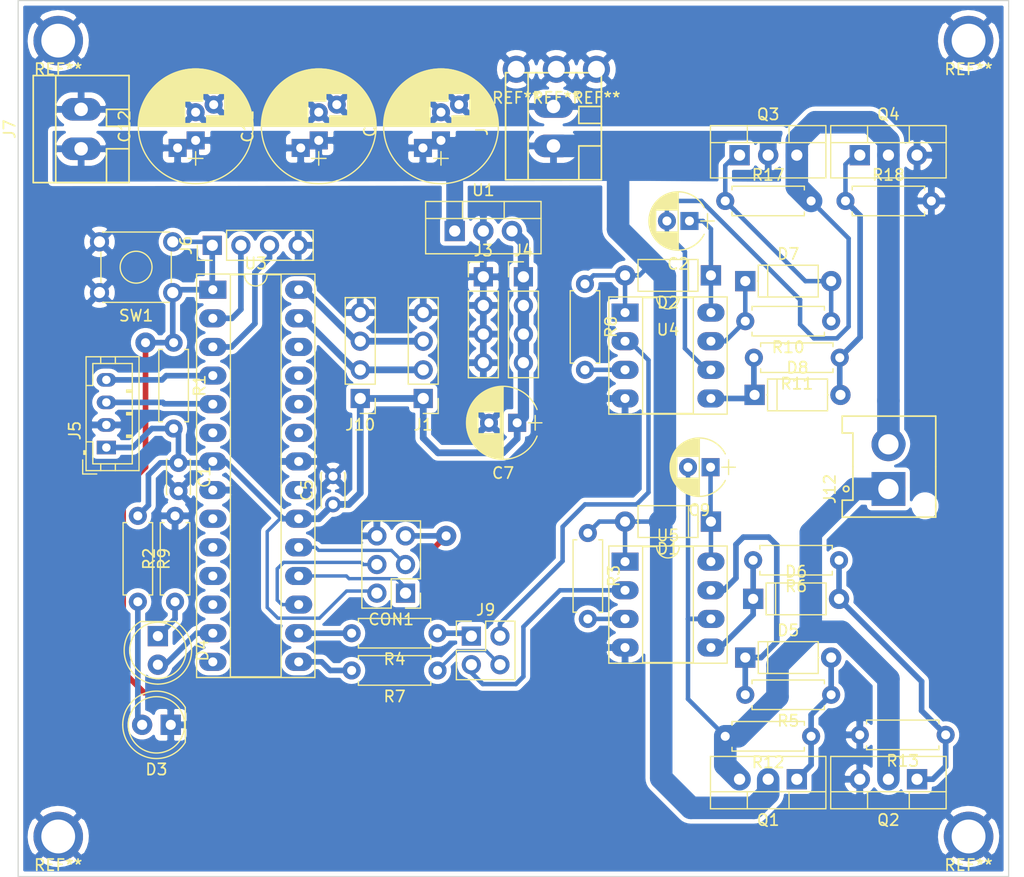
<source format=kicad_pcb>
(kicad_pcb (version 4) (host pcbnew 4.0.7)
  (title_block (title "Closed loop Motor driver") (date 2017-12-19) (rev 2) (company "Malhar Deshmukh") (comment 1 https://github.com/DeshmukhMalhar/Motor-Driver))
  (layers (0 F.Cu signal) (31 B.Cu signal) (34 B.Paste user) (35 F.Paste user) (36 B.SilkS user) (37 F.SilkS user) (38 B.Mask user) (39 F.Mask user) (44 Edge.Cuts user))
  (net 0 "")
  (net 1 +5V)
  (net 2 GND)
  (net 3 VCC)
  (net 4 "Net-(C9-Pad1)")
  (net 5 "Net-(C9-Pad2)")
  (net 6 /RST)
  (net 7 "Net-(D4-Pad1)")
  (net 8 "Net-(D4-Pad2)")
  (net 9 "Net-(J5-Pad3)")
  (net 10 "Net-(R3-Pad2)")
  (net 11 "Net-(R8-Pad2)")
  (net 12 "Net-(J6-Pad2)")
  (net 13 "Net-(J6-Pad3)")
  (net 14 "Net-(C2-Pad1)")
  (net 15 "Net-(C2-Pad2)")
  (net 16 "Net-(D5-Pad1)")
  (net 17 "Net-(D5-Pad2)")
  (net 18 "Net-(D6-Pad1)")
  (net 19 "Net-(D6-Pad2)")
  (net 20 "Net-(D7-Pad1)")
  (net 21 "Net-(D7-Pad2)")
  (net 22 "Net-(D8-Pad1)")
  (net 23 "Net-(D8-Pad2)")
  (net 24 "Net-(J9-Pad2)")
  (net 25 "Net-(J9-Pad3)")
  (net 26 "Net-(J5-Pad4)")
  (net 27 "Net-(J9-Pad1)")
  (net 28 "Net-(J9-Pad4)")
  (net 29 /MISO)
  (net 30 /SCK)
  (net 31 /MOSI)
  (net 32 /SDA)
  (net 33 /SCL)
  (net 34 "Net-(R4-Pad2)")
  (net 35 "Net-(R7-Pad2)")
  (net 36 "Net-(D3-Pad2)")
  (module MOUNT_HOLE (layer F.Cu) (at 61.468 21.844)
    (fp_text reference REF** (at 0 2.54) (layer F.SilkS))
    (fp_text value MOUNT_HOLE)
    (pad 1 thru_hole circle (at 0 0) (size 2.4 2.4) (drill 1.5) (layers *.Cu *.Mask) (net 2 GND))
  )
  (module MOUNT_HOLE (layer F.Cu) (at 65.024 21.844)
    (fp_text reference REF** (at 0 2.54) (layer F.SilkS))
    (fp_text value MOUNT_HOLE)
    (pad 1 thru_hole circle (at 0 0) (size 2.4 2.4) (drill 1.5) (layers *.Cu *.Mask) (net 2 GND))
  )
  (module MOUNT_HOLE (layer F.Cu) (at 68.58 21.844)
    (fp_text reference REF** (at 0 2.54) (layer F.SilkS))
    (fp_text value MOUNT_HOLE)
    (pad 1 thru_hole circle (at 0 0) (size 2.4 2.4) (drill 1.5) (layers *.Cu *.Mask) (net 2 GND))
  )
  (module MOUNT_HOLE (layer F.Cu) (at 20.828 89.916)
    (fp_text reference REF** (at 0 2.54) (layer F.SilkS))
    (fp_text value MOUNT_HOLE)
    (pad 1 thru_hole circle (at 0 0) (size 4.4 4.4) (drill 3) (layers *.Cu *.Mask) (net 2 GND))
  )
  (module MOUNT_HOLE (layer F.Cu) (at 101.6 89.916)
    (fp_text reference REF** (at 0 2.54) (layer F.SilkS))
    (fp_text value MOUNT_HOLE)
    (pad 1 thru_hole circle (at 0 0) (size 4.4 4.4) (drill 3) (layers *.Cu *.Mask) (net 2 GND))
  )
  (module MOUNT_HOLE (layer F.Cu) (at 101.6 19.304)
    (fp_text reference REF** (at 0 2.54) (layer F.SilkS))
    (fp_text value MOUNT_HOLE)
    (pad 1 thru_hole circle (at 0 0) (size 4.4 4.4) (drill 3) (layers *.Cu *.Mask) (net 2 GND))
  )
  (module MOUNT_HOLE (layer F.Cu) (at 20.828 19.304)
    (fp_text reference REF** (at 0 2.54) (layer F.SilkS))
    (fp_text value MOUNT_HOLE)
    (pad 1 thru_hole circle (at 0 0) (size 4.4 4.4) (drill 3) (layers *.Cu *.Mask) (net 2 GND))
  )
  (module Pin_Headers:Pin_Header_Straight_2x03_Pitch2.54mm (layer F.Cu) (at 51.641 68.326 180)
    (fp_text reference CON1 (at 1.27 -2.33 180) (layer F.SilkS))
    (fp_text value AVR-ISP-6)
    (pad 1 thru_hole rect (at 0 0 180) (size 1.7 1.7) (drill 1) (layers *.Cu *.Mask) (net 29 /MISO))
    (pad 2 thru_hole oval (at 2.54 0 180) (size 1.7 1.7) (drill 1) (layers *.Cu *.Mask) (net 1 +5V))
    (pad 3 thru_hole oval (at 0 2.54 180) (size 1.7 1.7) (drill 1) (layers *.Cu *.Mask) (net 30 /SCK))
    (pad 4 thru_hole oval (at 2.54 2.54 180) (size 1.7 1.7) (drill 1) (layers *.Cu *.Mask) (net 31 /MOSI))
    (pad 5 thru_hole oval (at 0 5.08 180) (size 1.7 1.7) (drill 1) (layers *.Cu *.Mask) (net 6 /RST))
    (pad 6 thru_hole oval (at 2.54 5.08 180) (size 1.7 1.7) (drill 1) (layers *.Cu *.Mask) (net 2 GND))
  )
  (module Capacitors_THT:C_Disc_D3.0mm_W2.0mm_P2.50mm (layer F.Cu) (at 31.496 56.769 270)
    (fp_text reference C1 (at 1.25 -2.31 270) (layer F.SilkS))
    (fp_text value 0.1)
    (pad 1 thru_hole circle (at 0 0 270) (size 1.6 1.6) (drill 0.8) (layers *.Cu *.Mask) (net 1 +5V))
    (pad 2 thru_hole circle (at 2.5 0 270) (size 1.6 1.6) (drill 0.8) (layers *.Cu *.Mask) (net 2 GND))
  )
  (module Capacitors_THT:CP_Radial_D5.0mm_P2.00mm (layer F.Cu) (at 76.835 35.306 180)
    (fp_text reference C2 (at 1 -3.81 180) (layer F.SilkS))
    (fp_text value CP_Small)
    (pad 1 thru_hole rect (at 0 0 180) (size 1.6 1.6) (drill 0.8) (layers *.Cu *.Mask) (net 14 "Net-(C2-Pad1)"))
    (pad 2 thru_hole circle (at 2 0 180) (size 1.6 1.6) (drill 0.8) (layers *.Cu *.Mask) (net 15 "Net-(C2-Pad2)"))
  )
  (module Capacitors_THT:CP_Radial_D10.0mm_P2.50mm_P5.00mm (layer F.Cu) (at 54.788 28.154 90)
    (fp_text reference C3 (at 1.25 -6.31 90) (layer F.SilkS))
    (fp_text value 10u)
    (pad 1 thru_hole rect (at 0 0 90) (size 1.6 1.6) (drill 0.8) (layers *.Cu *.Mask) (net 3 VCC))
    (pad 2 thru_hole circle (at 2.5 0 90) (size 1.6 1.6) (drill 0.8) (layers *.Cu *.Mask) (net 2 GND))
    (pad 1 thru_hole rect (at -0.670937 -1.6 90) (size 1.6 1.6) (drill 0.8) (layers *.Cu *.Mask) (net 3 VCC))
    (pad 2 thru_hole circle (at 3.170937 1.6 90) (size 1.6 1.6) (drill 0.8) (layers *.Cu *.Mask) (net 2 GND))
  )
  (module Capacitors_THT:C_Disc_D3.0mm_W2.0mm_P2.50mm (layer F.Cu) (at 45.212 60.452 90)
    (fp_text reference C5 (at 1.25 -2.31 90) (layer F.SilkS))
    (fp_text value 0.1C)
    (pad 1 thru_hole circle (at 0 0 90) (size 1.4 1.4) (drill 0.8) (layers *.Cu *.Mask) (net 1 +5V))
    (pad 2 thru_hole circle (at 2.5 0 90) (size 1.4 1.4) (drill 0.8) (layers *.Cu *.Mask) (net 2 GND))
  )
  (module Capacitors_THT:CP_Radial_D5.0mm_P2.00mm (layer F.Cu) (at 78.708 57.15 180)
    (fp_text reference C9 (at 1 -3.81 180) (layer F.SilkS))
    (fp_text value CP_Small)
    (pad 1 thru_hole rect (at 0 0 180) (size 1.6 1.6) (drill 0.8) (layers *.Cu *.Mask) (net 4 "Net-(C9-Pad1)"))
    (pad 2 thru_hole circle (at 2 0 180) (size 1.6 1.6) (drill 0.8) (layers *.Cu *.Mask) (net 5 "Net-(C9-Pad2)"))
  )
  (module Capacitors_THT:CP_Radial_D10.0mm_P2.50mm_P5.00mm (layer F.Cu) (at 43.942 28.154 90)
    (fp_text reference C11 (at 1.25 -6.31 90) (layer F.SilkS))
    (fp_text value CP_Small)
    (pad 1 thru_hole rect (at 0 0 90) (size 1.6 1.6) (drill 0.8) (layers *.Cu *.Mask) (net 3 VCC))
    (pad 2 thru_hole circle (at 2.5 0 90) (size 1.6 1.6) (drill 0.8) (layers *.Cu *.Mask) (net 2 GND))
    (pad 1 thru_hole rect (at -0.670937 -1.6 90) (size 1.6 1.6) (drill 0.8) (layers *.Cu *.Mask) (net 3 VCC))
    (pad 2 thru_hole circle (at 3.170937 1.6 90) (size 1.6 1.6) (drill 0.8) (layers *.Cu *.Mask) (net 2 GND))
  )
  (module Capacitors_THT:CP_Radial_D10.0mm_P2.50mm_P5.00mm (layer F.Cu) (at 33.02 28.154 90)
    (fp_text reference C12 (at 1.25 -6.31 90) (layer F.SilkS))
    (fp_text value CP_Small)
    (pad 1 thru_hole rect (at 0 0 90) (size 1.6 1.6) (drill 0.8) (layers *.Cu *.Mask) (net 3 VCC))
    (pad 2 thru_hole circle (at 2.5 0 90) (size 1.6 1.6) (drill 0.8) (layers *.Cu *.Mask) (net 2 GND))
    (pad 1 thru_hole rect (at -0.670937 -1.6 90) (size 1.6 1.6) (drill 0.8) (layers *.Cu *.Mask) (net 3 VCC))
    (pad 2 thru_hole circle (at 3.170937 1.6 90) (size 1.6 1.6) (drill 0.8) (layers *.Cu *.Mask) (net 2 GND))
  )
  (module Diodes_THT:D_A-405_P7.62mm_Horizontal (layer F.Cu) (at 78.74 61.976 180)
    (fp_text reference D1 (at 3.81 -2.41 180) (layer F.SilkS))
    (fp_text value D)
    (pad 1 thru_hole rect (at 0 0 180) (size 1.8 1.8) (drill 0.9) (layers *.Cu *.Mask) (net 4 "Net-(C9-Pad1)"))
    (pad 2 thru_hole oval (at 7.62 0 180) (size 1.8 1.8) (drill 0.9) (layers *.Cu *.Mask) (net 3 VCC))
  )
  (module Diodes_THT:D_A-405_P7.62mm_Horizontal (layer F.Cu) (at 78.74 40.132 180)
    (fp_text reference D2 (at 3.81 -2.41 180) (layer F.SilkS))
    (fp_text value D)
    (pad 1 thru_hole rect (at 0 0 180) (size 1.8 1.8) (drill 0.9) (layers *.Cu *.Mask) (net 14 "Net-(C2-Pad1)"))
    (pad 2 thru_hole oval (at 7.62 0 180) (size 1.8 1.8) (drill 0.9) (layers *.Cu *.Mask) (net 3 VCC))
  )
  (module LEDs:LED_D5.0mm (layer F.Cu) (at 30.813 80.01 180)
    (fp_text reference D3 (at 1.27 -3.96 180) (layer F.SilkS))
    (fp_text value LED_ALT)
    (pad 1 thru_hole rect (at 0 0 180) (size 1.8 1.8) (drill 0.9) (layers *.Cu *.Mask) (net 2 GND))
    (pad 2 thru_hole circle (at 2.54 0 180) (size 1.8 1.8) (drill 0.9) (layers *.Cu *.Mask) (net 36 "Net-(D3-Pad2)"))
  )
  (module LEDs:LED_D5.0mm (layer F.Cu) (at 29.67 72.136 270)
    (fp_text reference D4 (at 1.27 -3.96 270) (layer F.SilkS))
    (fp_text value LED_ALT)
    (pad 1 thru_hole rect (at 0 0 270) (size 1.8 1.8) (drill 0.9) (layers *.Cu *.Mask) (net 7 "Net-(D4-Pad1)"))
    (pad 2 thru_hole circle (at 2.54 0 270) (size 1.8 1.8) (drill 0.9) (layers *.Cu *.Mask) (net 8 "Net-(D4-Pad2)"))
  )
  (module Pin_Headers:Pin_Header_Straight_1x04_Pitch2.54mm (layer F.Cu) (at 58.547 40.259)
    (fp_text reference J3 (at 0 -2.33) (layer F.SilkS))
    (fp_text value Conn_01x04)
    (pad 1 thru_hole rect (at 0 0) (size 1.7 1.7) (drill 1) (layers *.Cu *.Mask) (net 2 GND))
    (pad 2 thru_hole oval (at 0 2.54) (size 1.7 1.7) (drill 1) (layers *.Cu *.Mask) (net 2 GND))
    (pad 3 thru_hole oval (at 0 5.08) (size 1.7 1.7) (drill 1) (layers *.Cu *.Mask) (net 2 GND))
    (pad 4 thru_hole oval (at 0 7.62) (size 1.7 1.7) (drill 1) (layers *.Cu *.Mask) (net 2 GND))
  )
  (module Pin_Headers:Pin_Header_Straight_1x04_Pitch2.54mm (layer F.Cu) (at 62.103 40.259)
    (fp_text reference J4 (at 0 -2.33) (layer F.SilkS))
    (fp_text value Conn_01x04)
    (pad 1 thru_hole rect (at 0 0) (size 1.7 1.7) (drill 1) (layers *.Cu *.Mask) (net 1 +5V))
    (pad 2 thru_hole oval (at 0 2.54) (size 1.7 1.7) (drill 1) (layers *.Cu *.Mask) (net 1 +5V))
    (pad 3 thru_hole oval (at 0 5.08) (size 1.7 1.7) (drill 1) (layers *.Cu *.Mask) (net 1 +5V))
    (pad 4 thru_hole oval (at 0 7.62) (size 1.7 1.7) (drill 1) (layers *.Cu *.Mask) (net 1 +5V))
  )
  (module Pin_Headers:Pin_Header_Straight_1x04_Pitch2.54mm (layer F.Cu) (at 34.496 37.465 90)
    (fp_text reference J6 (at 0 -2.33 90) (layer F.SilkS))
    (fp_text value Conn_01x04)
    (pad 1 thru_hole rect (at 0 0 90) (size 1.7 1.7) (drill 1) (layers *.Cu *.Mask) (net 6 /RST))
    (pad 2 thru_hole oval (at 0 2.54 90) (size 1.7 1.7) (drill 1) (layers *.Cu *.Mask) (net 12 "Net-(J6-Pad2)"))
    (pad 3 thru_hole oval (at 0 5.08 90) (size 1.7 1.7) (drill 1) (layers *.Cu *.Mask) (net 13 "Net-(J6-Pad3)"))
    (pad 4 thru_hole oval (at 0 7.62 90) (size 1.7 1.7) (drill 1) (layers *.Cu *.Mask) (net 2 GND))
  )
  (module Connectors_WAGO:WAGO_734_2pin_Straight_RuggedPads (layer F.Cu) (at 22.86 27.15006 90)
    (fp_text reference J7 (at 0 -6.35 90) (layer F.SilkS))
    (fp_text value Conn_01x02)
    (pad 2 thru_hole oval (at 1.75006 0 90) (size 1.99898 3.50012) (drill 1.19888) (layers *.Cu *.Mask) (net 2 GND))
    (pad 1 thru_hole oval (at -1.75006 0 90) (size 1.99898 3.50012) (drill 1.19888) (layers *.Cu *.Mask) (net 3 VCC))
  )
  (module Connectors_WAGO:WAGO_734_2pin_Straight_RuggedPads (layer F.Cu) (at 64.77 26.89606 90)
    (fp_text reference J8 (at 0 -6.35 90) (layer F.SilkS))
    (fp_text value Conn_01x02)
    (pad 2 thru_hole oval (at 1.75006 0 90) (size 1.99898 3.50012) (drill 1.19888) (layers *.Cu *.Mask) (net 2 GND))
    (pad 1 thru_hole oval (at -1.75006 0 90) (size 1.99898 3.50012) (drill 1.19888) (layers *.Cu *.Mask) (net 3 VCC))
  )
  (module Pin_Headers:Pin_Header_Straight_2x02_Pitch2.54mm (layer F.Cu) (at 57.483 72.136)
    (fp_text reference J9 (at 1.27 -2.33) (layer F.SilkS))
    (fp_text value Conn_02x02_Odd_Even)
    (pad 1 thru_hole rect (at 0 0) (size 1.7 1.7) (drill 1) (layers *.Cu *.Mask) (net 27 "Net-(J9-Pad1)"))
    (pad 2 thru_hole oval (at 2.54 0) (size 1.7 1.7) (drill 1) (layers *.Cu *.Mask) (net 24 "Net-(J9-Pad2)"))
    (pad 3 thru_hole oval (at 0 2.54) (size 1.7 1.7) (drill 1) (layers *.Cu *.Mask) (net 25 "Net-(J9-Pad3)"))
    (pad 4 thru_hole oval (at 2.54 2.54) (size 1.7 1.7) (drill 1) (layers *.Cu *.Mask) (net 28 "Net-(J9-Pad4)"))
  )
  (module Pin_Headers:Pin_Header_Straight_1x04_Pitch2.54mm (layer F.Cu) (at 47.625 51.054 180)
    (fp_text reference J10 (at 0 -2.33 180) (layer F.SilkS))
    (fp_text value Conn_01x04)
    (pad 1 thru_hole rect (at 0 0 180) (size 1.7 1.7) (drill 1) (layers *.Cu *.Mask) (net 1 +5V))
    (pad 2 thru_hole oval (at 0 2.54 180) (size 1.7 1.7) (drill 1) (layers *.Cu *.Mask) (net 32 /SDA))
    (pad 3 thru_hole oval (at 0 5.08 180) (size 1.7 1.7) (drill 1) (layers *.Cu *.Mask) (net 33 /SCL))
    (pad 4 thru_hole oval (at 0 7.62 180) (size 1.7 1.7) (drill 1) (layers *.Cu *.Mask) (net 2 GND))
  )
  (module TO_SOT_Packages_THT:TO-220-3_Vertical (layer F.Cu) (at 86.36 84.836 180)
    (fp_text reference Q1 (at 2.54 -3.62 180) (layer F.SilkS))
    (fp_text value IRF3205)
    (pad 1 thru_hole rect (at 0 0 180) (size 1.8 1.8) (drill 1) (layers *.Cu *.Mask) (net 17 "Net-(D5-Pad2)"))
    (pad 2 thru_hole oval (at 2.54 0 180) (size 1.8 1.8) (drill 1) (layers *.Cu *.Mask) (net 3 VCC))
    (pad 3 thru_hole oval (at 5.08 0 180) (size 1.8 1.8) (drill 1) (layers *.Cu *.Mask) (net 5 "Net-(C9-Pad2)"))
  )
  (module TO_SOT_Packages_THT:TO-220-3_Vertical (layer F.Cu) (at 97.028 84.836 180)
    (fp_text reference Q2 (at 2.54 -3.62 180) (layer F.SilkS))
    (fp_text value IRF3205)
    (pad 1 thru_hole rect (at 0 0 180) (size 1.8 1.8) (drill 1) (layers *.Cu *.Mask) (net 19 "Net-(D6-Pad2)"))
    (pad 2 thru_hole oval (at 2.54 0 180) (size 1.8 1.8) (drill 1) (layers *.Cu *.Mask) (net 5 "Net-(C9-Pad2)"))
    (pad 3 thru_hole oval (at 5.08 0 180) (size 1.8 1.8) (drill 1) (layers *.Cu *.Mask) (net 2 GND))
  )
  (module TO_SOT_Packages_THT:TO-220-3_Vertical (layer F.Cu) (at 81.28 29.464)
    (fp_text reference Q3 (at 2.54 -3.62) (layer F.SilkS))
    (fp_text value IRF3205)
    (pad 1 thru_hole rect (at 0 0) (size 1.8 1.8) (drill 1) (layers *.Cu *.Mask) (net 21 "Net-(D7-Pad2)"))
    (pad 2 thru_hole oval (at 2.54 0) (size 1.8 1.8) (drill 1) (layers *.Cu *.Mask) (net 3 VCC))
    (pad 3 thru_hole oval (at 5.08 0) (size 1.8 1.8) (drill 1) (layers *.Cu *.Mask) (net 15 "Net-(C2-Pad2)"))
  )
  (module TO_SOT_Packages_THT:TO-220-3_Vertical (layer F.Cu) (at 91.948 29.464)
    (fp_text reference Q4 (at 2.54 -3.62) (layer F.SilkS))
    (fp_text value IRF3205)
    (pad 1 thru_hole rect (at 0 0) (size 1.8 1.8) (drill 1) (layers *.Cu *.Mask) (net 23 "Net-(D8-Pad2)"))
    (pad 2 thru_hole oval (at 2.54 0) (size 1.8 1.8) (drill 1) (layers *.Cu *.Mask) (net 15 "Net-(C2-Pad2)"))
    (pad 3 thru_hole oval (at 5.08 0) (size 1.8 1.8) (drill 1) (layers *.Cu *.Mask) (net 2 GND))
  )
  (module Resistors_THT:R_Axial_DIN0207_L6.3mm_D2.5mm_P7.62mm_Horizontal (layer F.Cu) (at 31.067 46.101 270)
    (fp_text reference R1 (at 3.81 -2.31 270) (layer F.SilkS))
    (fp_text value 10K)
    (pad 1 thru_hole circle (at 0 0 270) (size 1.6 1.6) (drill 0.8) (layers *.Cu *.Mask) (net 6 /RST))
    (pad 2 thru_hole oval (at 7.62 0 270) (size 1.6 1.6) (drill 0.8) (layers *.Cu *.Mask) (net 1 +5V))
  )
  (module Resistors_THT:R_Axial_DIN0207_L6.3mm_D2.5mm_P7.62mm_Horizontal (layer F.Cu) (at 31.194 69.088 90)
    (fp_text reference R2 (at 3.81 -2.31 90) (layer F.SilkS))
    (fp_text value 510)
    (pad 1 thru_hole circle (at 0 0 90) (size 1.6 1.6) (drill 0.8) (layers *.Cu *.Mask) (net 7 "Net-(D4-Pad1)"))
    (pad 2 thru_hole oval (at 7.62 0 90) (size 1.6 1.6) (drill 0.8) (layers *.Cu *.Mask) (net 2 GND))
  )
  (module Resistors_THT:R_Axial_DIN0207_L6.3mm_D2.5mm_P7.62mm_Horizontal (layer F.Cu) (at 67.818 62.992 270)
    (fp_text reference R3 (at 3.81 -2.31 270) (layer F.SilkS))
    (fp_text value R)
    (pad 1 thru_hole circle (at 0 0 270) (size 1.6 1.6) (drill 0.8) (layers *.Cu *.Mask) (net 3 VCC))
    (pad 2 thru_hole oval (at 7.62 0 270) (size 1.6 1.6) (drill 0.8) (layers *.Cu *.Mask) (net 10 "Net-(R3-Pad2)"))
  )
  (module Resistors_THT:R_Axial_DIN0207_L6.3mm_D2.5mm_P7.62mm_Horizontal (layer F.Cu) (at 54.483 71.882 180)
    (fp_text reference R4 (at 3.81 -2.31 180) (layer F.SilkS))
    (fp_text value R)
    (pad 1 thru_hole circle (at 0 0 180) (size 1.6 1.6) (drill 0.8) (layers *.Cu *.Mask) (net 27 "Net-(J9-Pad1)"))
    (pad 2 thru_hole oval (at 7.62 0 180) (size 1.6 1.6) (drill 0.8) (layers *.Cu *.Mask) (net 34 "Net-(R4-Pad2)"))
  )
  (module Resistors_THT:R_Axial_DIN0207_L6.3mm_D2.5mm_P7.62mm_Horizontal (layer F.Cu) (at 89.408 77.343 180)
    (fp_text reference R5 (at 3.81 -2.31 180) (layer F.SilkS))
    (fp_text value R)
    (pad 1 thru_hole circle (at 0 0 180) (size 1.6 1.6) (drill 0.8) (layers *.Cu *.Mask) (net 17 "Net-(D5-Pad2)"))
    (pad 2 thru_hole oval (at 7.62 0 180) (size 1.6 1.6) (drill 0.8) (layers *.Cu *.Mask) (net 16 "Net-(D5-Pad1)"))
  )
  (module Resistors_THT:R_Axial_DIN0207_L6.3mm_D2.5mm_P7.62mm_Horizontal (layer F.Cu) (at 90.1065 65.405 180)
    (fp_text reference R6 (at 3.81 -2.31 180) (layer F.SilkS))
    (fp_text value R)
    (pad 1 thru_hole circle (at 0 0 180) (size 1.6 1.6) (drill 0.8) (layers *.Cu *.Mask) (net 19 "Net-(D6-Pad2)"))
    (pad 2 thru_hole oval (at 7.62 0 180) (size 1.6 1.6) (drill 0.8) (layers *.Cu *.Mask) (net 18 "Net-(D6-Pad1)"))
  )
  (module Resistors_THT:R_Axial_DIN0207_L6.3mm_D2.5mm_P7.62mm_Horizontal (layer F.Cu) (at 54.483 75.184 180)
    (fp_text reference R7 (at 3.81 -2.31 180) (layer F.SilkS))
    (fp_text value R)
    (pad 1 thru_hole circle (at 0 0 180) (size 1.6 1.6) (drill 0.8) (layers *.Cu *.Mask) (net 28 "Net-(J9-Pad4)"))
    (pad 2 thru_hole oval (at 7.62 0 180) (size 1.6 1.6) (drill 0.8) (layers *.Cu *.Mask) (net 35 "Net-(R7-Pad2)"))
  )
  (module Resistors_THT:R_Axial_DIN0207_L6.3mm_D2.5mm_P7.62mm_Horizontal (layer F.Cu) (at 67.564 40.894 270)
    (fp_text reference R8 (at 3.81 -2.31 270) (layer F.SilkS))
    (fp_text value R)
    (pad 1 thru_hole circle (at 0 0 270) (size 1.6 1.6) (drill 0.8) (layers *.Cu *.Mask) (net 3 VCC))
    (pad 2 thru_hole oval (at 7.62 0 270) (size 1.6 1.6) (drill 0.8) (layers *.Cu *.Mask) (net 11 "Net-(R8-Pad2)"))
  )
  (module Resistors_THT:R_Axial_DIN0207_L6.3mm_D2.5mm_P7.62mm_Horizontal (layer F.Cu) (at 27.892 61.468 270)
    (fp_text reference R9 (at 3.81 -2.31 270) (layer F.SilkS))
    (fp_text value 510)
    (pad 1 thru_hole circle (at 0 0 270) (size 1.6 1.6) (drill 0.8) (layers *.Cu *.Mask) (net 1 +5V))
    (pad 2 thru_hole oval (at 7.62 0 270) (size 1.6 1.6) (drill 0.8) (layers *.Cu *.Mask) (net 36 "Net-(D3-Pad2)"))
  )
  (module Resistors_THT:R_Axial_DIN0207_L6.3mm_D2.5mm_P7.62mm_Horizontal (layer F.Cu) (at 89.408 44.196 180)
    (fp_text reference R10 (at 3.81 -2.31 180) (layer F.SilkS))
    (fp_text value R)
    (pad 1 thru_hole circle (at 0 0 180) (size 1.6 1.6) (drill 0.8) (layers *.Cu *.Mask) (net 21 "Net-(D7-Pad2)"))
    (pad 2 thru_hole oval (at 7.62 0 180) (size 1.6 1.6) (drill 0.8) (layers *.Cu *.Mask) (net 20 "Net-(D7-Pad1)"))
  )
  (module Resistors_THT:R_Axial_DIN0207_L6.3mm_D2.5mm_P7.62mm_Horizontal (layer F.Cu) (at 90.17 47.4345 180)
    (fp_text reference R11 (at 3.81 -2.31 180) (layer F.SilkS))
    (fp_text value R)
    (pad 1 thru_hole circle (at 0 0 180) (size 1.6 1.6) (drill 0.8) (layers *.Cu *.Mask) (net 23 "Net-(D8-Pad2)"))
    (pad 2 thru_hole oval (at 7.62 0 180) (size 1.6 1.6) (drill 0.8) (layers *.Cu *.Mask) (net 22 "Net-(D8-Pad1)"))
  )
  (module Resistors_THT:R_Axial_DIN0207_L6.3mm_D2.5mm_P7.62mm_Horizontal (layer F.Cu) (at 87.63 81.026 180)
    (fp_text reference R12 (at 3.81 -2.31 180) (layer F.SilkS))
    (fp_text value R_Small)
    (pad 1 thru_hole circle (at 0 0 180) (size 1.6 1.6) (drill 0.8) (layers *.Cu *.Mask) (net 17 "Net-(D5-Pad2)"))
    (pad 2 thru_hole oval (at 7.62 0 180) (size 1.6 1.6) (drill 0.8) (layers *.Cu *.Mask) (net 5 "Net-(C9-Pad2)"))
  )
  (module Resistors_THT:R_Axial_DIN0207_L6.3mm_D2.5mm_P7.62mm_Horizontal (layer F.Cu) (at 99.568 80.899 180)
    (fp_text reference R13 (at 3.81 -2.31 180) (layer F.SilkS))
    (fp_text value R_Small)
    (pad 1 thru_hole circle (at 0 0 180) (size 1.6 1.6) (drill 0.8) (layers *.Cu *.Mask) (net 19 "Net-(D6-Pad2)"))
    (pad 2 thru_hole oval (at 7.62 0 180) (size 1.6 1.6) (drill 0.8) (layers *.Cu *.Mask) (net 2 GND))
  )
  (module Resistors_THT:R_Axial_DIN0207_L6.3mm_D2.5mm_P7.62mm_Horizontal (layer F.Cu) (at 80.01 33.528)
    (fp_text reference R17 (at 3.81 -2.31) (layer F.SilkS))
    (fp_text value R_Small)
    (pad 1 thru_hole circle (at 0 0) (size 1.6 1.6) (drill 0.8) (layers *.Cu *.Mask) (net 21 "Net-(D7-Pad2)"))
    (pad 2 thru_hole oval (at 7.62 0) (size 1.6 1.6) (drill 0.8) (layers *.Cu *.Mask) (net 15 "Net-(C2-Pad2)"))
  )
  (module Resistors_THT:R_Axial_DIN0207_L6.3mm_D2.5mm_P7.62mm_Horizontal (layer F.Cu) (at 90.678 33.528)
    (fp_text reference R18 (at 3.81 -2.31) (layer F.SilkS))
    (fp_text value R_Small)
    (pad 1 thru_hole circle (at 0 0) (size 1.6 1.6) (drill 0.8) (layers *.Cu *.Mask) (net 23 "Net-(D8-Pad2)"))
    (pad 2 thru_hole oval (at 7.62 0) (size 1.6 1.6) (drill 0.8) (layers *.Cu *.Mask) (net 2 GND))
  )
  (module TO_SOT_Packages_THT:TO-220-3_Vertical (layer F.Cu) (at 56.007 36.195)
    (fp_text reference U1 (at 2.54 -3.62) (layer F.SilkS))
    (fp_text value L7805)
    (pad 1 thru_hole rect (at 0 0) (size 1.8 1.8) (drill 1) (layers *.Cu *.Mask) (net 3 VCC))
    (pad 2 thru_hole oval (at 2.54 0) (size 1.8 1.8) (drill 1) (layers *.Cu *.Mask) (net 2 GND))
    (pad 3 thru_hole oval (at 5.08 0) (size 1.8 1.8) (drill 1) (layers *.Cu *.Mask) (net 1 +5V))
  )
  (module Housings_DIP:DIP-28_W7.62mm_Socket_LongPads (layer F.Cu) (at 34.544 41.402)
    (fp_text reference U3 (at 3.81 -2.33) (layer F.SilkS))
    (fp_text value ATMEGA328P-PU)
    (pad 1 thru_hole rect (at 0 0) (size 2.4 1.6) (drill 0.8) (layers *.Cu *.Mask) (net 6 /RST))
    (pad 15 thru_hole oval (at 7.62 33.02) (size 2.4 1.6) (drill 0.8) (layers *.Cu *.Mask) (net 35 "Net-(R7-Pad2)"))
    (pad 2 thru_hole oval (at 0 2.54) (size 2.4 1.6) (drill 0.8) (layers *.Cu *.Mask) (net 12 "Net-(J6-Pad2)"))
    (pad 16 thru_hole oval (at 7.62 30.48) (size 2.4 1.6) (drill 0.8) (layers *.Cu *.Mask) (net 34 "Net-(R4-Pad2)"))
    (pad 3 thru_hole oval (at 0 5.08) (size 2.4 1.6) (drill 0.8) (layers *.Cu *.Mask) (net 13 "Net-(J6-Pad3)"))
    (pad 17 thru_hole oval (at 7.62 27.94) (size 2.4 1.6) (drill 0.8) (layers *.Cu *.Mask) (net 31 /MOSI))
    (pad 4 thru_hole oval (at 0 7.62) (size 2.4 1.6) (drill 0.8) (layers *.Cu *.Mask) (net 26 "Net-(J5-Pad4)"))
    (pad 18 thru_hole oval (at 7.62 25.4) (size 2.4 1.6) (drill 0.8) (layers *.Cu *.Mask) (net 29 /MISO))
    (pad 5 thru_hole oval (at 0 10.16) (size 2.4 1.6) (drill 0.8) (layers *.Cu *.Mask) (net 9 "Net-(J5-Pad3)"))
    (pad 19 thru_hole oval (at 7.62 22.86) (size 2.4 1.6) (drill 0.8) (layers *.Cu *.Mask) (net 30 /SCK))
    (pad 6 thru_hole oval (at 0 12.7) (size 2.4 1.6) (drill 0.8) (layers *.Cu *.Mask))
    (pad 20 thru_hole oval (at 7.62 20.32) (size 2.4 1.6) (drill 0.8) (layers *.Cu *.Mask) (net 1 +5V))
    (pad 7 thru_hole oval (at 0 15.24) (size 2.4 1.6) (drill 0.8) (layers *.Cu *.Mask) (net 1 +5V))
    (pad 21 thru_hole oval (at 7.62 17.78) (size 2.4 1.6) (drill 0.8) (layers *.Cu *.Mask))
    (pad 8 thru_hole oval (at 0 17.78) (size 2.4 1.6) (drill 0.8) (layers *.Cu *.Mask) (net 2 GND))
    (pad 22 thru_hole oval (at 7.62 15.24) (size 2.4 1.6) (drill 0.8) (layers *.Cu *.Mask) (net 2 GND))
    (pad 9 thru_hole oval (at 0 20.32) (size 2.4 1.6) (drill 0.8) (layers *.Cu *.Mask))
    (pad 23 thru_hole oval (at 7.62 12.7) (size 2.4 1.6) (drill 0.8) (layers *.Cu *.Mask))
    (pad 10 thru_hole oval (at 0 22.86) (size 2.4 1.6) (drill 0.8) (layers *.Cu *.Mask))
    (pad 24 thru_hole oval (at 7.62 10.16) (size 2.4 1.6) (drill 0.8) (layers *.Cu *.Mask))
    (pad 11 thru_hole oval (at 0 25.4) (size 2.4 1.6) (drill 0.8) (layers *.Cu *.Mask))
    (pad 25 thru_hole oval (at 7.62 7.62) (size 2.4 1.6) (drill 0.8) (layers *.Cu *.Mask))
    (pad 12 thru_hole oval (at 0 27.94) (size 2.4 1.6) (drill 0.8) (layers *.Cu *.Mask))
    (pad 26 thru_hole oval (at 7.62 5.08) (size 2.4 1.6) (drill 0.8) (layers *.Cu *.Mask))
    (pad 13 thru_hole oval (at 0 30.48) (size 2.4 1.6) (drill 0.8) (layers *.Cu *.Mask) (net 8 "Net-(D4-Pad2)"))
    (pad 27 thru_hole oval (at 7.62 2.54) (size 2.4 1.6) (drill 0.8) (layers *.Cu *.Mask) (net 32 /SDA))
    (pad 14 thru_hole oval (at 0 33.02) (size 2.4 1.6) (drill 0.8) (layers *.Cu *.Mask))
    (pad 28 thru_hole oval (at 7.62 0) (size 2.4 1.6) (drill 0.8) (layers *.Cu *.Mask) (net 33 /SCL))
  )
  (module Housings_DIP:DIP-8_W7.62mm_Socket_LongPads (layer F.Cu) (at 71.12 43.434)
    (fp_text reference U4 (at 3.81 1.524) (layer F.SilkS))
    (fp_text value IR2104)
    (pad 1 thru_hole rect (at 0 0) (size 2.4 1.6) (drill 0.8) (layers *.Cu *.Mask) (net 3 VCC))
    (pad 5 thru_hole oval (at 7.62 7.62) (size 2.4 1.6) (drill 0.8) (layers *.Cu *.Mask) (net 22 "Net-(D8-Pad1)"))
    (pad 2 thru_hole oval (at 0 2.54) (size 2.4 1.6) (drill 0.8) (layers *.Cu *.Mask) (net 24 "Net-(J9-Pad2)"))
    (pad 6 thru_hole oval (at 7.62 5.08) (size 2.4 1.6) (drill 0.8) (layers *.Cu *.Mask) (net 15 "Net-(C2-Pad2)"))
    (pad 3 thru_hole oval (at 0 5.08) (size 2.4 1.6) (drill 0.8) (layers *.Cu *.Mask) (net 11 "Net-(R8-Pad2)"))
    (pad 7 thru_hole oval (at 7.62 2.54) (size 2.4 1.6) (drill 0.8) (layers *.Cu *.Mask) (net 20 "Net-(D7-Pad1)"))
    (pad 4 thru_hole oval (at 0 7.62) (size 2.4 1.6) (drill 0.8) (layers *.Cu *.Mask) (net 2 GND))
    (pad 8 thru_hole oval (at 7.62 0) (size 2.4 1.6) (drill 0.8) (layers *.Cu *.Mask) (net 14 "Net-(C2-Pad1)"))
  )
  (module Housings_DIP:DIP-8_W7.62mm_Socket_LongPads (layer F.Cu) (at 71.12 65.532)
    (fp_text reference U5 (at 3.81 -2.33) (layer F.SilkS))
    (fp_text value IR2104)
    (pad 1 thru_hole rect (at 0 0) (size 2.4 1.6) (drill 0.8) (layers *.Cu *.Mask) (net 3 VCC))
    (pad 5 thru_hole oval (at 7.62 7.62) (size 2.4 1.6) (drill 0.8) (layers *.Cu *.Mask) (net 18 "Net-(D6-Pad1)"))
    (pad 2 thru_hole oval (at 0 2.54) (size 2.4 1.6) (drill 0.8) (layers *.Cu *.Mask) (net 25 "Net-(J9-Pad3)"))
    (pad 6 thru_hole oval (at 7.62 5.08) (size 2.4 1.6) (drill 0.8) (layers *.Cu *.Mask) (net 5 "Net-(C9-Pad2)"))
    (pad 3 thru_hole oval (at 0 5.08) (size 2.4 1.6) (drill 0.8) (layers *.Cu *.Mask) (net 10 "Net-(R3-Pad2)"))
    (pad 7 thru_hole oval (at 7.62 2.54) (size 2.4 1.6) (drill 0.8) (layers *.Cu *.Mask) (net 16 "Net-(D5-Pad1)"))
    (pad 4 thru_hole oval (at 0 7.62) (size 2.4 1.6) (drill 0.8) (layers *.Cu *.Mask) (net 2 GND))
    (pad 8 thru_hole oval (at 7.62 0) (size 2.4 1.6) (drill 0.8) (layers *.Cu *.Mask) (net 4 "Net-(C9-Pad1)"))
  )
  (module Capacitors_THT:CP_Radial_D6.3mm_P2.50mm (layer F.Cu) (at 61.547 53.213 180)
    (fp_text reference C7 (at 1.25 -4.46 180) (layer F.SilkS))
    (fp_text value 47u)
    (pad 1 thru_hole rect (at 0 0 180) (size 1.6 1.6) (drill 0.8) (layers *.Cu *.Mask) (net 1 +5V))
    (pad 2 thru_hole circle (at 2.5 0 180) (size 1.6 1.6) (drill 0.8) (layers *.Cu *.Mask) (net 2 GND))
  )
  (module Diodes_THT:D_A-405_P7.62mm_Horizontal (layer F.Cu) (at 81.788 74.041)
    (fp_text reference D5 (at 3.81 -2.41) (layer F.SilkS))
    (fp_text value D)
    (pad 1 thru_hole rect (at 0 0) (size 1.8 1.8) (drill 0.9) (layers *.Cu *.Mask) (net 16 "Net-(D5-Pad1)"))
    (pad 2 thru_hole oval (at 7.62 0) (size 1.8 1.8) (drill 0.9) (layers *.Cu *.Mask) (net 17 "Net-(D5-Pad2)"))
  )
  (module Diodes_THT:D_A-405_P7.62mm_Horizontal (layer F.Cu) (at 82.4865 68.834)
    (fp_text reference D6 (at 3.81 -2.41) (layer F.SilkS))
    (fp_text value D)
    (pad 1 thru_hole rect (at 0 0) (size 1.8 1.8) (drill 0.9) (layers *.Cu *.Mask) (net 18 "Net-(D6-Pad1)"))
    (pad 2 thru_hole oval (at 7.62 0) (size 1.8 1.8) (drill 0.9) (layers *.Cu *.Mask) (net 19 "Net-(D6-Pad2)"))
  )
  (module Diodes_THT:D_A-405_P7.62mm_Horizontal (layer F.Cu) (at 81.788 40.64)
    (fp_text reference D7 (at 3.81 -2.41) (layer F.SilkS))
    (fp_text value D)
    (pad 1 thru_hole rect (at 0 0) (size 1.8 1.8) (drill 0.9) (layers *.Cu *.Mask) (net 20 "Net-(D7-Pad1)"))
    (pad 2 thru_hole oval (at 7.62 0) (size 1.8 1.8) (drill 0.9) (layers *.Cu *.Mask) (net 21 "Net-(D7-Pad2)"))
  )
  (module Diodes_THT:D_A-405_P7.62mm_Horizontal (layer F.Cu) (at 82.6135 50.7365)
    (fp_text reference D8 (at 3.81 -2.41) (layer F.SilkS))
    (fp_text value D)
    (pad 1 thru_hole rect (at 0 0) (size 1.8 1.8) (drill 0.9) (layers *.Cu *.Mask) (net 22 "Net-(D8-Pad1)"))
    (pad 2 thru_hole oval (at 7.62 0) (size 1.8 1.8) (drill 0.9) (layers *.Cu *.Mask) (net 23 "Net-(D8-Pad2)"))
  )
  (module Pin_Headers:Pin_Header_Straight_1x04_Pitch2.54mm (layer F.Cu) (at 53.213 51.054 180)
    (fp_text reference J1 (at 0 -2.33 180) (layer F.SilkS))
    (fp_text value Conn_01x04)
    (pad 1 thru_hole rect (at 0 0 180) (size 1.7 1.7) (drill 1) (layers *.Cu *.Mask) (net 1 +5V))
    (pad 2 thru_hole oval (at 0 2.54 180) (size 1.7 1.7) (drill 1) (layers *.Cu *.Mask) (net 32 /SDA))
    (pad 3 thru_hole oval (at 0 5.08 180) (size 1.7 1.7) (drill 1) (layers *.Cu *.Mask) (net 33 /SCL))
    (pad 4 thru_hole oval (at 0 7.62 180) (size 1.7 1.7) (drill 1) (layers *.Cu *.Mask) (net 2 GND))
  )
  (module Connectors_JST:JST_PH_B4B-PH-K_04x2.00mm_Straight (layer F.Cu) (at 25.098 55.403 90)
    (fp_text reference J5 (at 1.5 -2.8 90) (layer F.SilkS))
    (fp_text value Conn_01x04)
    (pad 1 thru_hole rect (at 0 0 90) (size 1.2 1.7) (drill 0.75) (layers *.Cu *.Mask) (net 1 +5V))
    (pad 2 thru_hole oval (at 2 0 90) (size 1.2 1.7) (drill 0.75) (layers *.Cu *.Mask) (net 2 GND))
    (pad 3 thru_hole oval (at 4 0 90) (size 1.2 1.7) (drill 0.75) (layers *.Cu *.Mask) (net 9 "Net-(J5-Pad3)"))
    (pad 4 thru_hole oval (at 6 0 90) (size 1.2 1.7) (drill 0.75) (layers *.Cu *.Mask) (net 26 "Net-(J5-Pad4)"))
  )
  (module Connectors_Hirose:Hirose_DF63-2P-3.96DSA_02x3.96mm_Straight (layer F.Cu) (at 94.488 59.078 90)
    (fp_text reference J12 (at 0 -5.2 90) (layer F.SilkS))
    (fp_text value Conn_01x02)
    (pad 1 thru_hole rect (at 0 0 90) (size 3 3) (drill 1.8) (layers *.Cu *.Mask) (net 5 "Net-(C9-Pad2)"))
    (pad 2 thru_hole circle (at 3.96 0 90) (size 3 3) (drill 1.8) (layers *.Cu *.Mask) (net 15 "Net-(C2-Pad2)"))
    (pad "" np_thru_hole circle (at -1.5 3.25 90) (size 1.6 1.6) (drill 1.6) (layers *.Cu *.Mask))
  )
  (module Buttons_Switches_THT:SW_TH_Tactile_Omron_B3F-10xx (layer F.Cu) (at 30.988 41.656 180)
    (fp_text reference SW1 (at 3.25 -2.05 180) (layer F.SilkS))
    (fp_text value SW_Push)
    (pad 4 thru_hole circle (at 6.5 4.5 180) (size 1.7 1.7) (drill 1) (layers *.Cu *.Mask) (net 2 GND))
    (pad 3 thru_hole circle (at 0 4.5 180) (size 1.7 1.7) (drill 1) (layers *.Cu *.Mask) (net 6 /RST))
    (pad 2 thru_hole circle (at 6.5 0 180) (size 1.7 1.7) (drill 1) (layers *.Cu *.Mask) (net 2 GND))
    (pad 1 thru_hole circle (at 0 0 180) (size 1.7 1.7) (drill 1) (layers *.Cu *.Mask) (net 6 /RST))
  )
  (gr_line (start 105.156 15.748) (end 105.156 16.256) (layer Edge.Cuts) (width 0.1))
  (gr_line (start 17.272 15.748) (end 105.156 15.748) (layer Edge.Cuts) (width 0.1))
  (gr_line (start 17.272 93.472) (end 17.272 15.748) (layer Edge.Cuts) (width 0.1))
  (gr_line (start 105.156 93.472) (end 17.272 93.472) (layer Edge.Cuts) (width 0.1))
  (gr_line (start 105.156 16.256) (end 105.156 93.472) (layer Edge.Cuts) (width 0.1))
  (segment (start 62.103 47.879) (end 62.103 52.657) (width 1) (layer B.Cu) (net 1))
  (segment (start 62.103 52.657) (end 61.547 53.213) (width 1) (layer B.Cu) (net 1))
  (segment (start 34.544 56.642) (end 35.664544 56.642) (width 0.5) (layer B.Cu) (net 1))
  (segment (start 35.664544 56.642) (end 40.744544 61.722) (width 0.5) (layer B.Cu) (net 1))
  (segment (start 40.744544 61.722) (end 42.164 61.722) (width 0.5) (layer B.Cu) (net 1))
  (segment (start 47.625 51.054) (end 47.625 59.438228) (width 0.6) (layer B.Cu) (net 1))
  (segment (start 46.608999 60.454229) (end 45.214229 60.454229) (width 0.6) (layer B.Cu) (net 1))
  (segment (start 47.625 59.438228) (end 46.608999 60.454229) (width 0.6) (layer B.Cu) (net 1))
  (segment (start 45.214229 60.454229) (end 45.212 60.452) (width 0.6) (layer B.Cu) (net 1))
  (segment (start 53.213 51.054) (end 53.213 54.558498) (width 0.6) (layer B.Cu) (net 1))
  (segment (start 60.28587 55.87413) (end 61.547 54.613) (width 0.6) (layer B.Cu) (net 1))
  (segment (start 53.213 54.558498) (end 54.528632 55.87413) (width 0.6) (layer B.Cu) (net 1))
  (segment (start 54.528632 55.87413) (end 60.28587 55.87413) (width 0.6) (layer B.Cu) (net 1))
  (segment (start 61.547 54.613) (end 61.547 53.213) (width 0.6) (layer B.Cu) (net 1))
  (segment (start 39.37 62.865) (end 40.513 61.722) (width 0.3) (layer B.Cu) (net 1))
  (segment (start 40.513 61.722) (end 42.164 61.722) (width 0.3) (layer B.Cu) (net 1))
  (segment (start 39.37 69.596) (end 39.37 62.865) (width 0.3) (layer B.Cu) (net 1))
  (segment (start 40.32001 70.54601) (end 39.37 69.596) (width 0.3) (layer B.Cu) (net 1))
  (segment (start 46.41601 68.13799) (end 44.00799 70.54601) (width 0.3) (layer B.Cu) (net 1))
  (segment (start 44.00799 70.54601) (end 40.32001 70.54601) (width 0.3) (layer B.Cu) (net 1))
  (segment (start 49.101 68.326) (end 48.91299 68.13799) (width 0.3) (layer B.Cu) (net 1))
  (segment (start 48.91299 68.13799) (end 46.41601 68.13799) (width 0.3) (layer B.Cu) (net 1))
  (segment (start 25.098 55.403) (end 27.455317 55.403) (width 0.5) (layer B.Cu) (net 1))
  (segment (start 27.455317 55.403) (end 29.137317 53.721) (width 0.5) (layer B.Cu) (net 1))
  (segment (start 29.137317 53.721) (end 31.067 53.721) (width 0.5) (layer B.Cu) (net 1))
  (segment (start 31.067 53.721) (end 31.498449 54.152449) (width 0.5) (layer B.Cu) (net 1))
  (segment (start 31.498449 54.152449) (end 31.498449 56.766551) (width 0.5) (layer B.Cu) (net 1))
  (segment (start 31.498449 56.766551) (end 31.496 56.769) (width 0.5) (layer B.Cu) (net 1))
  (segment (start 27.892 61.468) (end 28.832643 60.527357) (width 0.5) (layer B.Cu) (net 1))
  (segment (start 28.832643 57.835961) (end 29.907339 56.761265) (width 0.5) (layer B.Cu) (net 1))
  (segment (start 28.832643 60.527357) (end 28.832643 57.835961) (width 0.5) (layer B.Cu) (net 1))
  (segment (start 29.907339 56.761265) (end 31.488265 56.761265) (width 0.5) (layer B.Cu) (net 1))
  (segment (start 31.488265 56.761265) (end 31.496 56.769) (width 0.5) (layer B.Cu) (net 1))
  (segment (start 31.496 56.769) (end 34.417 56.769) (width 0.5) (layer B.Cu) (net 1))
  (segment (start 34.417 56.769) (end 34.544 56.642) (width 0.5) (layer B.Cu) (net 1))
  (segment (start 42.164 61.722) (end 43.942 61.722) (width 0.6) (layer B.Cu) (net 1))
  (segment (start 43.942 61.722) (end 45.212 60.452) (width 0.6) (layer B.Cu) (net 1))
  (segment (start 47.625 51.054) (end 53.213 51.054) (width 0.6) (layer B.Cu) (net 1))
  (segment (start 62.103 40.259) (end 62.103 37.211) (width 1) (layer B.Cu) (net 1))
  (segment (start 62.103 37.211) (end 61.087 36.195) (width 1) (layer B.Cu) (net 1))
  (segment (start 62.103 45.339) (end 62.103 47.879) (width 1) (layer B.Cu) (net 1))
  (segment (start 62.103 45.339) (end 62.103 42.799) (width 1) (layer B.Cu) (net 1))
  (segment (start 62.103 40.259) (end 62.103 42.799) (width 1) (layer B.Cu) (net 1))
  (segment (start 64.77 28.64612) (end 68.52006 28.64612) (width 2) (layer B.Cu) (net 3))
  (segment (start 68.52006 28.64612) (end 70.501538 30.627598) (width 2) (layer B.Cu) (net 3))
  (segment (start 70.501538 30.627598) (end 70.501538 36.030796) (width 2) (layer B.Cu) (net 3))
  (segment (start 70.501538 36.030796) (end 74.653999 40.183257) (width 2) (layer B.Cu) (net 3))
  (segment (start 74.653999 40.183257) (end 74.653999 61.553501) (width 2) (layer B.Cu) (net 3))
  (segment (start 74.653999 61.553501) (end 74.2315 61.976) (width 2) (layer B.Cu) (net 3))
  (segment (start 56.007 36.195) (end 56.007 29.373) (width 1.5) (layer B.Cu) (net 3))
  (segment (start 56.007 29.373) (end 54.788 28.154) (width 1.5) (layer B.Cu) (net 3))
  (segment (start 83.82 29.464) (end 83.82 28.191208) (width 1.5) (layer B.Cu) (net 3))
  (segment (start 74.2315 61.976) (end 74.327903 62.072403) (width 2) (layer B.Cu) (net 3))
  (segment (start 74.327903 62.072403) (end 74.327903 84.741903) (width 2) (layer B.Cu) (net 3))
  (segment (start 74.327903 84.741903) (end 76.962 87.376) (width 2) (layer B.Cu) (net 3))
  (segment (start 76.962 87.376) (end 82.552792 87.376) (width 2) (layer B.Cu) (net 3))
  (segment (start 82.552792 87.376) (end 83.82 86.108792) (width 2) (layer B.Cu) (net 3))
  (segment (start 83.82 86.108792) (end 83.82 84.836) (width 2) (layer B.Cu) (net 3))
  (segment (start 71.12 61.976) (end 72.392792 61.976) (width 0.4) (layer B.Cu) (net 3))
  (segment (start 72.392792 61.976) (end 74.2315 61.976) (width 0.4) (layer B.Cu) (net 3))
  (segment (start 71.12 40.132) (end 72.392792 40.132) (width 0.4) (layer B.Cu) (net 3))
  (segment (start 72.392792 40.132) (end 73.281792 39.243) (width 0.4) (layer B.Cu) (net 3))
  (segment (start 73.281792 39.243) (end 74.2315 39.243) (width 0.4) (layer B.Cu) (net 3))
  (segment (start 71.12 65.532) (end 71.12 61.976) (width 0.4) (layer B.Cu) (net 3))
  (segment (start 71.12 61.976) (end 68.834 61.976) (width 0.4) (layer B.Cu) (net 3))
  (segment (start 68.834 61.976) (end 67.818 62.992) (width 0.4) (layer B.Cu) (net 3))
  (segment (start 71.12 40.132) (end 68.326 40.132) (width 0.4) (layer B.Cu) (net 3))
  (segment (start 68.326 40.132) (end 67.564 40.894) (width 0.4) (layer B.Cu) (net 3))
  (segment (start 71.12 40.132) (end 71.12 43.434) (width 0.4) (layer B.Cu) (net 3))
  (segment (start 78.74 61.976) (end 78.74 65.532) (width 0.4) (layer B.Cu) (net 4))
  (segment (start 78.708 57.15) (end 78.708 61.944) (width 0.4) (layer B.Cu) (net 4))
  (segment (start 78.708 61.944) (end 78.74 61.976) (width 0.4) (layer B.Cu) (net 4))
  (segment (start 94.996 59.078) (end 91.496 59.078) (width 2) (layer B.Cu) (net 5))
  (segment (start 91.496 59.078) (end 87.600992 62.973008) (width 2) (layer B.Cu) (net 5))
  (segment (start 87.600992 62.973008) (end 87.600992 71.755) (width 2) (layer B.Cu) (net 5))
  (segment (start 84.6455 77.52187) (end 81.14137 81.026) (width 2) (layer B.Cu) (net 5))
  (segment (start 84.6455 74.710492) (end 84.6455 77.52187) (width 2) (layer B.Cu) (net 5))
  (segment (start 87.600992 71.755) (end 84.6455 74.710492) (width 2) (layer B.Cu) (net 5))
  (segment (start 81.14137 81.026) (end 80.01 81.026) (width 2) (layer B.Cu) (net 5))
  (segment (start 94.488 75.933078) (end 90.309922 71.755) (width 2) (layer B.Cu) (net 5))
  (segment (start 90.309922 71.755) (end 87.600992 71.755) (width 2) (layer B.Cu) (net 5))
  (segment (start 94.488 84.836) (end 94.488 75.933078) (width 2) (layer B.Cu) (net 5))
  (segment (start 80.01 81.026) (end 80.01 83.566) (width 2) (layer B.Cu) (net 5))
  (segment (start 80.01 83.566) (end 81.28 84.836) (width 2) (layer B.Cu) (net 5))
  (segment (start 78.34 70.612) (end 76.705242 70.612) (width 0.4) (layer B.Cu) (net 5))
  (segment (start 76.705242 70.612) (end 76.705242 77.721242) (width 0.4) (layer B.Cu) (net 5))
  (segment (start 76.705242 77.721242) (end 80.01 81.026) (width 0.4) (layer B.Cu) (net 5))
  (segment (start 78.34 70.612) (end 76.708 70.612) (width 0.4) (layer B.Cu) (net 5))
  (segment (start 76.708 70.612) (end 76.708 57.15) (width 0.4) (layer B.Cu) (net 5))
  (segment (start 78.74 70.612) (end 78.34 70.612) (width 0.4) (layer B.Cu) (net 5))
  (segment (start 30.988 37.156) (end 34.187 37.156) (width 0.4) (layer B.Cu) (net 6))
  (segment (start 34.187 37.156) (end 34.496 37.465) (width 0.4) (layer B.Cu) (net 6))
  (segment (start 30.988 41.656) (end 30.988 46.022) (width 0.5) (layer B.Cu) (net 6))
  (segment (start 30.988 46.022) (end 31.067 46.101) (width 0.5) (layer B.Cu) (net 6))
  (segment (start 34.544 41.402) (end 31.242 41.402) (width 0.5) (layer B.Cu) (net 6))
  (segment (start 31.242 41.402) (end 30.988 41.656) (width 0.5) (layer B.Cu) (net 6))
  (segment (start 34.297 37.664) (end 34.496 37.465) (width 0.4) (layer B.Cu) (net 6))
  (segment (start 28.575 46.101) (end 28.575 57.15) (width 0.5) (layer F.Cu) (net 6))
  (segment (start 28.575 57.15) (end 26.587999 59.137001) (width 0.5) (layer F.Cu) (net 6))
  (segment (start 53.975 64.516) (end 55.245 63.246) (width 0.5) (layer F.Cu) (net 6))
  (segment (start 26.587999 59.137001) (end 26.587999 75.292499) (width 0.5) (layer F.Cu) (net 6))
  (segment (start 26.587999 75.292499) (end 28.448 77.1525) (width 0.5) (layer F.Cu) (net 6))
  (segment (start 28.448 77.1525) (end 48.3235 77.1525) (width 0.5) (layer F.Cu) (net 6))
  (segment (start 51.562 71.5645) (end 53.975 69.1515) (width 0.5) (layer F.Cu) (net 6))
  (segment (start 48.3235 77.1525) (end 51.562 73.914) (width 0.5) (layer F.Cu) (net 6))
  (segment (start 51.562 73.914) (end 51.562 71.5645) (width 0.5) (layer F.Cu) (net 6))
  (segment (start 53.975 69.1515) (end 53.975 64.516) (width 0.5) (layer F.Cu) (net 6))
  (segment (start 29.93563 46.101) (end 28.575 46.101) (width 0.5) (layer B.Cu) (net 6))
  (via (at 28.575 46.101) (size 1.8) (drill 0.8) (layers F.Cu B.Cu) (net 6))
  (segment (start 31.067 46.101) (end 29.93563 46.101) (width 0.5) (layer B.Cu) (net 6))
  (segment (start 55.245 63.246) (end 51.641 63.246) (width 0.5) (layer B.Cu) (net 6))
  (via (at 55.245 63.246) (size 1.8) (drill 0.8) (layers F.Cu B.Cu) (net 6))
  (segment (start 34.496 37.465) (end 34.496 41.354) (width 0.5) (layer B.Cu) (net 6))
  (segment (start 34.496 41.354) (end 34.544 41.402) (width 0.5) (layer B.Cu) (net 6))
  (segment (start 34.144 41.402) (end 34.544 41.402) (width 0.5) (layer B.Cu) (net 6))
  (segment (start 31.194 69.088) (end 31.194 70.612) (width 0.5) (layer B.Cu) (net 7))
  (segment (start 31.194 70.612) (end 29.67 72.136) (width 0.5) (layer B.Cu) (net 7))
  (segment (start 29.67 74.676) (end 30.316088 74.676) (width 0.5) (layer B.Cu) (net 8))
  (segment (start 30.316088 74.676) (end 33.110088 71.882) (width 0.5) (layer B.Cu) (net 8))
  (segment (start 33.110088 71.882) (end 34.544 71.882) (width 0.5) (layer B.Cu) (net 8))
  (segment (start 25.098 51.403) (end 30.11325 51.403) (width 0.5) (layer B.Cu) (net 9))
  (segment (start 30.11325 51.403) (end 30.233318 51.523068) (width 0.5) (layer B.Cu) (net 9))
  (segment (start 30.233318 51.523068) (end 34.505068 51.523068) (width 0.5) (layer B.Cu) (net 9))
  (segment (start 34.505068 51.523068) (end 34.544 51.562) (width 0.5) (layer B.Cu) (net 9))
  (segment (start 67.818 70.612) (end 71.12 70.612) (width 0.4) (layer B.Cu) (net 10))
  (segment (start 67.564 48.514) (end 71.12 48.514) (width 0.4) (layer B.Cu) (net 11))
  (segment (start 34.544 43.942) (end 36.244 43.942) (width 0.5) (layer B.Cu) (net 12))
  (segment (start 36.244 43.942) (end 37.036 43.15) (width 0.5) (layer B.Cu) (net 12))
  (segment (start 37.036 43.15) (end 37.036 38.667081) (width 0.5) (layer B.Cu) (net 12))
  (segment (start 37.036 38.667081) (end 37.036 37.465) (width 0.5) (layer B.Cu) (net 12))
  (segment (start 39.576 37.465) (end 39.576 38.58423) (width 0.5) (layer B.Cu) (net 13))
  (segment (start 39.576 38.58423) (end 38.281094 39.879136) (width 0.5) (layer B.Cu) (net 13))
  (segment (start 38.281094 39.879136) (end 38.281094 44.406691) (width 0.5) (layer B.Cu) (net 13))
  (segment (start 38.281094 44.406691) (end 36.205785 46.482) (width 0.5) (layer B.Cu) (net 13))
  (segment (start 36.205785 46.482) (end 34.544 46.482) (width 0.5) (layer B.Cu) (net 13))
  (segment (start 78.74 43.434) (end 78.74 40.132) (width 0.4) (layer B.Cu) (net 14))
  (segment (start 76.835 35.306) (end 78.035 35.306) (width 0.4) (layer B.Cu) (net 14))
  (segment (start 78.035 35.306) (end 78.74 36.011) (width 0.4) (layer B.Cu) (net 14))
  (segment (start 78.74 36.011) (end 78.74 38.832) (width 0.4) (layer B.Cu) (net 14))
  (segment (start 78.74 38.832) (end 78.74 40.132) (width 0.4) (layer B.Cu) (net 14))
  (segment (start 94.488 51.253138) (end 94.488 55.118) (width 2) (layer B.Cu) (net 15))
  (segment (start 74.835 35.306) (end 74.835 34.17463) (width 0.4) (layer B.Cu) (net 15))
  (segment (start 74.835 34.17463) (end 75.48163 33.528) (width 0.4) (layer B.Cu) (net 15))
  (segment (start 75.48163 33.528) (end 77.882842 33.528) (width 0.4) (layer B.Cu) (net 15))
  (segment (start 77.882842 33.528) (end 86.651728 42.296886) (width 0.4) (layer B.Cu) (net 15))
  (segment (start 86.651728 42.296886) (end 86.651728 44.487728) (width 0.4) (layer B.Cu) (net 15))
  (segment (start 90.958084 44.677916) (end 90.958084 36.856084) (width 0.4) (layer B.Cu) (net 15))
  (segment (start 86.651728 44.487728) (end 87.884 45.72) (width 0.4) (layer B.Cu) (net 15))
  (segment (start 87.884 45.72) (end 89.916 45.72) (width 0.4) (layer B.Cu) (net 15))
  (segment (start 89.916 45.72) (end 90.958084 44.677916) (width 0.4) (layer B.Cu) (net 15))
  (segment (start 90.958084 36.856084) (end 88.429999 34.327999) (width 0.4) (layer B.Cu) (net 15))
  (segment (start 88.429999 34.327999) (end 87.63 33.528) (width 0.4) (layer B.Cu) (net 15))
  (segment (start 94.488 29.464) (end 94.488 51.253138) (width 2) (layer B.Cu) (net 15))
  (segment (start 95.023728 55.090272) (end 94.996 55.118) (width 2) (layer B.Cu) (net 15))
  (segment (start 78.74 48.514) (end 79.14 48.514) (width 0.4) (layer B.Cu) (net 15))
  (segment (start 86.36 29.464) (end 86.36 28.191208) (width 2) (layer B.Cu) (net 15))
  (segment (start 94.488 28.191208) (end 94.488 29.464) (width 2) (layer B.Cu) (net 15))
  (segment (start 86.36 28.191208) (end 88.008208 26.543) (width 2) (layer B.Cu) (net 15))
  (segment (start 88.008208 26.543) (end 92.839792 26.543) (width 2) (layer B.Cu) (net 15))
  (segment (start 92.839792 26.543) (end 94.488 28.191208) (width 2) (layer B.Cu) (net 15))
  (segment (start 86.36 29.464) (end 86.36 32.258) (width 2) (layer B.Cu) (net 15))
  (segment (start 86.36 32.258) (end 87.63 33.528) (width 2) (layer B.Cu) (net 15))
  (segment (start 74.835 35.306) (end 74.835 36.43737) (width 0.4) (layer B.Cu) (net 15))
  (segment (start 74.835 36.43737) (end 76.43126 38.03363) (width 0.4) (layer B.Cu) (net 15))
  (segment (start 76.43126 38.03363) (end 76.43126 46.60526) (width 0.4) (layer B.Cu) (net 15))
  (segment (start 78.34 48.514) (end 78.74 48.514) (width 0.4) (layer B.Cu) (net 15))
  (segment (start 76.43126 46.60526) (end 78.34 48.514) (width 0.4) (layer B.Cu) (net 15))
  (segment (start 78.74 68.072) (end 79.875866 68.072) (width 0.5) (layer B.Cu) (net 16))
  (segment (start 83.188 74.041) (end 81.788 74.041) (width 0.5) (layer B.Cu) (net 16))
  (segment (start 79.875866 68.072) (end 80.960342 66.987524) (width 0.5) (layer B.Cu) (net 16))
  (segment (start 80.960342 66.987524) (end 80.960342 64.009316) (width 0.5) (layer B.Cu) (net 16))
  (segment (start 80.960342 64.009316) (end 81.614515 63.355143) (width 0.5) (layer B.Cu) (net 16))
  (segment (start 81.614515 63.355143) (end 83.865643 63.355143) (width 0.5) (layer B.Cu) (net 16))
  (segment (start 83.865643 63.355143) (end 84.582 64.0715) (width 0.5) (layer B.Cu) (net 16))
  (segment (start 84.582 64.0715) (end 84.582 72.647) (width 0.5) (layer B.Cu) (net 16))
  (segment (start 84.582 72.647) (end 83.188 74.041) (width 0.5) (layer B.Cu) (net 16))
  (segment (start 81.788 77.343) (end 81.788 74.041) (width 0.5) (layer B.Cu) (net 16))
  (segment (start 78.74 68.072) (end 78.905578 68.072) (width 0.5) (layer B.Cu) (net 16))
  (segment (start 87.63 81.026) (end 87.63 83.566) (width 0.5) (layer B.Cu) (net 17))
  (segment (start 87.63 83.566) (end 86.36 84.836) (width 0.5) (layer B.Cu) (net 17))
  (segment (start 89.408 74.041) (end 89.408 77.343) (width 0.5) (layer B.Cu) (net 17))
  (segment (start 87.63 81.026) (end 87.63 79.121) (width 0.5) (layer B.Cu) (net 17))
  (segment (start 87.63 79.121) (end 89.408 77.343) (width 0.5) (layer B.Cu) (net 17))
  (segment (start 82.4865 65.405) (end 82.4865 68.834) (width 0.5) (layer B.Cu) (net 18))
  (segment (start 78.74 73.152) (end 79.5685 73.152) (width 0.5) (layer B.Cu) (net 18))
  (segment (start 79.5685 73.152) (end 82.4865 70.234) (width 0.5) (layer B.Cu) (net 18))
  (segment (start 82.4865 70.234) (end 82.4865 68.834) (width 0.5) (layer B.Cu) (net 18))
  (segment (start 99.568 80.899) (end 99.568 83.696) (width 0.5) (layer B.Cu) (net 19))
  (segment (start 99.568 83.696) (end 98.428 84.836) (width 0.5) (layer B.Cu) (net 19))
  (segment (start 98.428 84.836) (end 97.028 84.836) (width 0.5) (layer B.Cu) (net 19))
  (segment (start 99.568 80.899) (end 97.432937 78.763937) (width 0.5) (layer B.Cu) (net 19))
  (segment (start 97.432937 78.763937) (end 97.432937 76.162001) (width 0.5) (layer B.Cu) (net 19))
  (segment (start 97.432937 76.162001) (end 97.434501 76.162001) (width 0.5) (layer B.Cu) (net 19))
  (segment (start 97.434501 76.162001) (end 90.1065 68.834) (width 0.5) (layer B.Cu) (net 19))
  (segment (start 90.1065 65.405) (end 90.1065 68.834) (width 0.5) (layer B.Cu) (net 19))
  (segment (start 81.788 44.196) (end 81.788 40.64) (width 0.4) (layer B.Cu) (net 20))
  (segment (start 78.74 45.974) (end 80.01 45.974) (width 0.4) (layer B.Cu) (net 20))
  (segment (start 80.01 45.974) (end 81.788 44.196) (width 0.4) (layer B.Cu) (net 20))
  (segment (start 80.01 33.528) (end 80.01 30.394825) (width 0.4) (layer B.Cu) (net 21))
  (segment (start 80.01 30.394825) (end 80.940825 29.464) (width 0.4) (layer B.Cu) (net 21))
  (segment (start 80.940825 29.464) (end 81.28 29.464) (width 0.4) (layer B.Cu) (net 21))
  (segment (start 80.809999 34.327999) (end 80.01 33.528) (width 0.4) (layer B.Cu) (net 21))
  (segment (start 87.122 40.64) (end 80.809999 34.327999) (width 0.4) (layer B.Cu) (net 21))
  (segment (start 89.408 40.64) (end 87.122 40.64) (width 0.4) (layer B.Cu) (net 21))
  (segment (start 89.408 44.196) (end 89.408 40.64) (width 0.4) (layer B.Cu) (net 21))
  (segment (start 82.55 47.4345) (end 82.55 50.673) (width 0.5) (layer B.Cu) (net 22))
  (segment (start 82.55 50.673) (end 82.6135 50.7365) (width 0.5) (layer B.Cu) (net 22))
  (segment (start 78.74 51.054) (end 82.296 51.054) (width 0.5) (layer B.Cu) (net 22))
  (segment (start 82.296 51.054) (end 82.6135 50.7365) (width 0.5) (layer B.Cu) (net 22))
  (segment (start 90.17 47.4345) (end 91.976704 45.627796) (width 0.5) (layer B.Cu) (net 23))
  (segment (start 91.477999 34.327999) (end 90.678 33.528) (width 0.5) (layer B.Cu) (net 23))
  (segment (start 91.976704 45.627796) (end 91.976704 34.826704) (width 0.5) (layer B.Cu) (net 23))
  (segment (start 91.976704 34.826704) (end 91.477999 34.327999) (width 0.5) (layer B.Cu) (net 23))
  (segment (start 91.948 29.464) (end 91.497149 29.464) (width 0.4) (layer B.Cu) (net 23))
  (segment (start 91.497149 29.464) (end 90.678 30.283149) (width 0.4) (layer B.Cu) (net 23))
  (segment (start 90.678 30.283149) (end 90.678 33.528) (width 0.4) (layer B.Cu) (net 23))
  (segment (start 90.17 47.4345) (end 90.17 50.673) (width 0.5) (layer B.Cu) (net 23))
  (segment (start 90.17 50.673) (end 90.2335 50.7365) (width 0.5) (layer B.Cu) (net 23))
  (segment (start 71.12 45.974) (end 71.52 45.974) (width 0.4) (layer B.Cu) (net 24))
  (segment (start 71.52 45.974) (end 73.199988 47.653988) (width 0.4) (layer B.Cu) (net 24))
  (segment (start 60.023 71.041) (end 60.023 71.12) (width 0.4) (layer B.Cu) (net 24))
  (segment (start 73.199988 47.653988) (end 73.199988 59.388012) (width 0.4) (layer B.Cu) (net 24))
  (segment (start 73.199988 59.388012) (end 72.136 60.452) (width 0.4) (layer B.Cu) (net 24))
  (segment (start 72.136 60.452) (end 67.564 60.452) (width 0.4) (layer B.Cu) (net 24))
  (segment (start 67.564 60.452) (end 65.580289 62.435711) (width 0.4) (layer B.Cu) (net 24))
  (segment (start 65.580289 62.435711) (end 65.580289 65.483711) (width 0.4) (layer B.Cu) (net 24))
  (segment (start 65.580289 65.483711) (end 60.023 71.041) (width 0.4) (layer B.Cu) (net 24))
  (segment (start 60.023 71.12) (end 60.023 72.136) (width 0.4) (layer B.Cu) (net 24))
  (segment (start 57.483 74.676) (end 57.483 75.378638) (width 0.4) (layer B.Cu) (net 25))
  (segment (start 57.483 75.378638) (end 58.494862 76.3905) (width 0.4) (layer B.Cu) (net 25))
  (segment (start 58.494862 76.3905) (end 61.435779 76.3905) (width 0.4) (layer B.Cu) (net 25))
  (segment (start 61.435779 76.3905) (end 62.103 75.723279) (width 0.4) (layer B.Cu) (net 25))
  (segment (start 62.103 75.723279) (end 62.103 71.3105) (width 0.4) (layer B.Cu) (net 25))
  (segment (start 62.103 71.3105) (end 65.3415 68.072) (width 0.4) (layer B.Cu) (net 25))
  (segment (start 65.3415 68.072) (end 71.12 68.072) (width 0.4) (layer B.Cu) (net 25))
  (segment (start 25.098 49.403) (end 30.039195 49.403) (width 0.5) (layer B.Cu) (net 26))
  (segment (start 30.039195 49.403) (end 30.412316 49.029879) (width 0.5) (layer B.Cu) (net 26))
  (segment (start 30.412316 49.029879) (end 34.536121 49.029879) (width 0.5) (layer B.Cu) (net 26))
  (segment (start 34.536121 49.029879) (end 34.544 49.022) (width 0.5) (layer B.Cu) (net 26))
  (segment (start 54.483 71.882) (end 57.229 71.882) (width 0.5) (layer B.Cu) (net 27))
  (segment (start 57.229 71.882) (end 57.483 72.136) (width 0.5) (layer B.Cu) (net 27))
  (segment (start 54.483 75.184) (end 56.245001 73.421999) (width 0.3) (layer B.Cu) (net 28))
  (segment (start 56.245001 73.421999) (end 58.768999 73.421999) (width 0.3) (layer B.Cu) (net 28))
  (segment (start 59.173001 73.826001) (end 60.023 74.676) (width 0.3) (layer B.Cu) (net 28))
  (segment (start 58.768999 73.421999) (end 59.173001 73.826001) (width 0.3) (layer B.Cu) (net 28))
  (segment (start 42.164 66.802) (end 46.394802 66.802) (width 0.3) (layer B.Cu) (net 29))
  (segment (start 46.394802 66.802) (end 46.632803 67.040001) (width 0.3) (layer B.Cu) (net 29))
  (segment (start 46.632803 67.040001) (end 50.848026 67.040001) (width 0.3) (layer B.Cu) (net 29))
  (segment (start 50.848026 67.040001) (end 51.641 67.832975) (width 0.3) (layer B.Cu) (net 29))
  (segment (start 51.641 67.832975) (end 51.641 68.326) (width 0.3) (layer B.Cu) (net 29))
  (segment (start 42.164 64.262) (end 43.664 64.262) (width 0.3) (layer B.Cu) (net 30))
  (segment (start 43.664 64.262) (end 43.933999 64.531999) (width 0.3) (layer B.Cu) (net 30))
  (segment (start 43.933999 64.531999) (end 50.386999 64.531999) (width 0.3) (layer B.Cu) (net 30))
  (segment (start 50.791001 64.936001) (end 51.641 65.786) (width 0.3) (layer B.Cu) (net 30))
  (segment (start 50.386999 64.531999) (end 50.791001 64.936001) (width 0.3) (layer B.Cu) (net 30))
  (segment (start 49.101 65.786) (end 47.898919 65.786) (width 0.3) (layer B.Cu) (net 31))
  (segment (start 40.259 66.167) (end 40.259 68.937) (width 0.3) (layer B.Cu) (net 31))
  (segment (start 47.898919 65.786) (end 47.710909 65.59799) (width 0.3) (layer B.Cu) (net 31))
  (segment (start 47.710909 65.59799) (end 40.82801 65.59799) (width 0.3) (layer B.Cu) (net 31))
  (segment (start 40.664 69.342) (end 42.164 69.342) (width 0.3) (layer B.Cu) (net 31))
  (segment (start 40.82801 65.59799) (end 40.259 66.167) (width 0.3) (layer B.Cu) (net 31))
  (segment (start 40.259 68.937) (end 40.664 69.342) (width 0.3) (layer B.Cu) (net 31))
  (segment (start 53.213 48.514) (end 47.625 48.514) (width 0.6) (layer B.Cu) (net 32))
  (segment (start 42.164 43.942) (end 42.564 43.942) (width 0.6) (layer B.Cu) (net 32))
  (segment (start 42.564 43.942) (end 47.136 48.514) (width 0.6) (layer B.Cu) (net 32))
  (segment (start 47.136 48.514) (end 47.625 48.514) (width 0.6) (layer B.Cu) (net 32))
  (segment (start 47.625 45.974) (end 53.213 45.974) (width 0.6) (layer B.Cu) (net 33))
  (segment (start 47.625 45.974) (end 47.258607 45.974) (width 0.6) (layer B.Cu) (net 33))
  (segment (start 47.258607 45.974) (end 42.686607 41.402) (width 0.6) (layer B.Cu) (net 33))
  (segment (start 42.686607 41.402) (end 42.164 41.402) (width 0.6) (layer B.Cu) (net 33))
  (segment (start 42.164 71.882) (end 46.863 71.882) (width 0.5) (layer B.Cu) (net 34))
  (segment (start 44.196 74.422) (end 44.958 75.184) (width 0.5) (layer B.Cu) (net 35))
  (segment (start 44.958 75.184) (end 46.863 75.184) (width 0.5) (layer B.Cu) (net 35))
  (segment (start 42.164 74.422) (end 44.196 74.422) (width 0.5) (layer B.Cu) (net 35))
  (segment (start 27.892 69.088) (end 27.892 79.629) (width 0.5) (layer B.Cu) (net 36))
  (segment (start 27.892 79.629) (end 28.273 80.01) (width 0.5) (layer B.Cu) (net 36))
  (zone (net 2) (net_name GND) (layer B.Cu) (connect_pads (clearance 0.4)) (min_thickness 0.254) (fill yes (arc_segments 32) (thermal_gap 0.508) (thermal_bridge_width 0.6))
    (polygon (pts (xy 17.272 15.748) (xy 105.156 15.748) (xy 105.156 93.472) (xy 17.272 93.472)))
  )
  (zone (net 3) (net_name VCC) (layer B.Cu) (priority 1) (connect_pads (clearance 0.4)) (min_thickness 0.254) (fill yes (arc_segments 32) (thermal_gap 0.508) (thermal_bridge_width 0.6))
    (polygon (pts (xy 20.3835 27.305) (xy 85.09 27.305) (xy 85.09 31.8135) (xy 82.55 31.8135) (xy 72.9615 31.75) (xy 20.32 31.8135) (xy 20.32 27.305)))
  )
)
</source>
